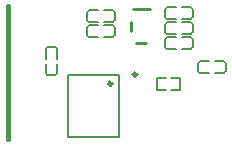
<source format=gbo>
G04 Layer: BottomSilkscreenLayer*
G04 EasyEDA v6.5.46, 2025-02-01 21:24:59*
G04 3faa27f7c1044bbbb46ecef337df57e6,286660f9466f4c8aba87c6f7285b94de,10*
G04 Gerber Generator version 0.2*
G04 Scale: 100 percent, Rotated: No, Reflected: No *
G04 Dimensions in millimeters *
G04 leading zeros omitted , absolute positions ,4 integer and 5 decimal *
%FSLAX45Y45*%
%MOMM*%

%ADD10C,0.4000*%
%ADD11C,0.1524*%
%ADD12C,0.2540*%
%ADD13C,0.3000*%

%LPD*%
D10*
X38100Y673100D02*
G01*
X38100Y114300D01*
X38100Y-203200D01*
X38100Y-457200D01*
X38100Y114300D02*
G01*
X38100Y-203200D01*
X38100Y-457200D01*
D11*
X1384272Y532457D02*
G01*
X1463281Y532457D01*
X1463281Y432737D02*
G01*
X1384272Y432737D01*
X1369032Y447977D02*
G01*
X1369032Y517217D01*
X1587533Y532457D02*
G01*
X1508523Y532457D01*
X1508523Y432737D02*
G01*
X1587533Y432737D01*
X1602773Y447977D02*
G01*
X1602773Y517217D01*
X1384272Y659457D02*
G01*
X1463281Y659457D01*
X1463281Y559737D02*
G01*
X1384272Y559737D01*
X1369032Y574977D02*
G01*
X1369032Y644217D01*
X1587533Y659457D02*
G01*
X1508523Y659457D01*
X1508523Y559737D02*
G01*
X1587533Y559737D01*
X1602773Y574977D02*
G01*
X1602773Y644217D01*
X1384272Y405457D02*
G01*
X1463281Y405457D01*
X1463281Y305737D02*
G01*
X1384272Y305737D01*
X1369032Y320977D02*
G01*
X1369032Y390217D01*
X1587533Y405457D02*
G01*
X1508523Y405457D01*
X1508523Y305737D02*
G01*
X1587533Y305737D01*
X1602773Y320977D02*
G01*
X1602773Y390217D01*
X927130Y534339D02*
G01*
X848121Y534339D01*
X848121Y634060D02*
G01*
X927130Y634060D01*
X942370Y618820D02*
G01*
X942370Y549579D01*
X723869Y534339D02*
G01*
X802878Y534339D01*
X802878Y634060D02*
G01*
X723869Y634060D01*
X708629Y618820D02*
G01*
X708629Y549579D01*
X927130Y407339D02*
G01*
X848121Y407339D01*
X848121Y507060D02*
G01*
X927130Y507060D01*
X942370Y491820D02*
G01*
X942370Y422579D01*
X723869Y407339D02*
G01*
X802878Y407339D01*
X802878Y507060D02*
G01*
X723869Y507060D01*
X708629Y491820D02*
G01*
X708629Y422579D01*
X456260Y304830D02*
G01*
X456260Y225821D01*
X356539Y225821D02*
G01*
X356539Y304830D01*
X371779Y320070D02*
G01*
X441020Y320070D01*
X456260Y101569D02*
G01*
X456260Y180578D01*
X356539Y180578D02*
G01*
X356539Y101569D01*
X371779Y86329D02*
G01*
X441020Y86329D01*
D12*
X1098550Y647697D02*
G01*
X1238247Y647702D01*
X1126154Y355602D02*
G01*
X1210632Y355602D01*
X1079497Y533397D02*
G01*
X1079497Y457202D01*
D11*
X979639Y86070D02*
G01*
X544360Y86070D01*
X544360Y-441670D01*
X979639Y-441670D01*
X979639Y86070D01*
X1663669Y202260D02*
G01*
X1742678Y202260D01*
X1742678Y102539D02*
G01*
X1663669Y102539D01*
X1648429Y117779D02*
G01*
X1648429Y187020D01*
X1866930Y202260D02*
G01*
X1787921Y202260D01*
X1787921Y102539D02*
G01*
X1866930Y102539D01*
X1882170Y117779D02*
G01*
X1882170Y187020D01*
X1374378Y62560D02*
G01*
X1302575Y62560D01*
X1302575Y-37160D01*
X1374378Y-37160D01*
X1419621Y62560D02*
G01*
X1491424Y62560D01*
X1491424Y-37160D01*
X1419621Y-37160D01*
G75*
G01*
X1384272Y432737D02*
G02*
X1369032Y447977I0J15240D01*
G75*
G01*
X1369032Y517218D02*
G02*
X1384272Y532458I15240J0D01*
G75*
G01*
X1587533Y432737D02*
G03*
X1602773Y447977I0J15240D01*
G75*
G01*
X1602773Y517218D02*
G03*
X1587533Y532458I-15240J0D01*
G75*
G01*
X1384272Y559737D02*
G02*
X1369032Y574977I0J15240D01*
G75*
G01*
X1369032Y644218D02*
G02*
X1384272Y659458I15240J0D01*
G75*
G01*
X1587533Y559737D02*
G03*
X1602773Y574977I0J15240D01*
G75*
G01*
X1602773Y644218D02*
G03*
X1587533Y659458I-15240J0D01*
G75*
G01*
X1384272Y305737D02*
G02*
X1369032Y320977I0J15240D01*
G75*
G01*
X1369032Y390218D02*
G02*
X1384272Y405458I15240J0D01*
G75*
G01*
X1587533Y305737D02*
G03*
X1602773Y320977I0J15240D01*
G75*
G01*
X1602773Y390218D02*
G03*
X1587533Y405458I-15240J0D01*
G75*
G01*
X927130Y634060D02*
G02*
X942370Y618820I0J-15240D01*
G75*
G01*
X942370Y549580D02*
G02*
X927130Y534340I-15240J0D01*
G75*
G01*
X723870Y634060D02*
G03*
X708630Y618820I0J-15240D01*
G75*
G01*
X708630Y549580D02*
G03*
X723870Y534340I15240J0D01*
G75*
G01*
X927130Y507060D02*
G02*
X942370Y491820I0J-15240D01*
G75*
G01*
X942370Y422580D02*
G02*
X927130Y407340I-15240J0D01*
G75*
G01*
X723870Y507060D02*
G03*
X708630Y491820I0J-15240D01*
G75*
G01*
X708630Y422580D02*
G03*
X723870Y407340I15240J0D01*
G75*
G01*
X356540Y304830D02*
G02*
X371780Y320070I15240J0D01*
G75*
G01*
X441020Y320070D02*
G02*
X456260Y304830I0J-15240D01*
G75*
G01*
X356540Y101570D02*
G03*
X371780Y86330I15240J0D01*
G75*
G01*
X441020Y86330D02*
G03*
X456260Y101570I0J15240D01*
G75*
G01*
X1663670Y102540D02*
G02*
X1648430Y117780I0J15240D01*
G75*
G01*
X1648430Y187020D02*
G02*
X1663670Y202260I15240J0D01*
G75*
G01*
X1866930Y102540D02*
G03*
X1882170Y117780I0J15240D01*
G75*
G01*
X1882170Y187020D02*
G03*
X1866930Y202260I-15240J0D01*
D13*
G75*
G01
X919404Y12700D02*
G03X919404Y12700I-15011J0D01*
G75*
G01
X1130021Y89433D02*
G03X1130021Y89433I-15011J0D01*
M02*

</source>
